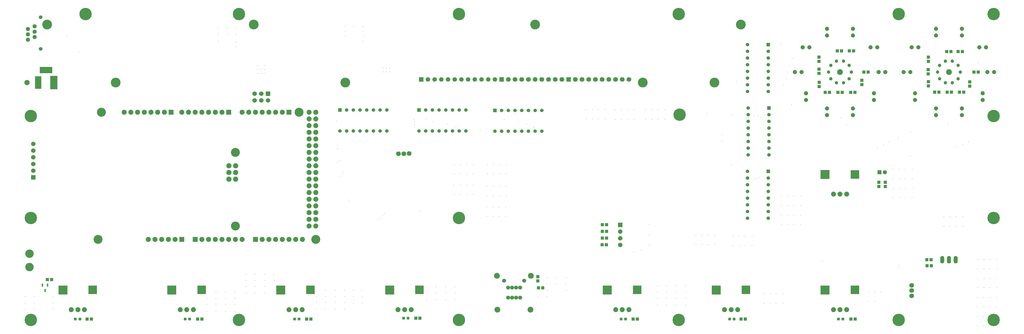
<source format=gts>
G04*
G04 #@! TF.GenerationSoftware,Altium Limited,Altium Designer,19.1.3 (30)*
G04*
G04 Layer_Color=8388736*
%FSLAX25Y25*%
%MOIN*%
G70*
G01*
G75*
%ADD19R,0.02200X0.04800*%
%ADD21R,0.04737X0.04540*%
%ADD22R,0.04737X0.04737*%
G04:AMPARAMS|DCode=23|XSize=39.5mil|YSize=39.5mil|CornerRadius=7.94mil|HoleSize=0mil|Usage=FLASHONLY|Rotation=180.000|XOffset=0mil|YOffset=0mil|HoleType=Round|Shape=RoundedRectangle|*
%AMROUNDEDRECTD23*
21,1,0.03950,0.02362,0,0,180.0*
21,1,0.02362,0.03950,0,0,180.0*
1,1,0.01587,-0.01181,0.01181*
1,1,0.01587,0.01181,0.01181*
1,1,0.01587,0.01181,-0.01181*
1,1,0.01587,-0.01181,-0.01181*
%
%ADD23ROUNDEDRECTD23*%
%ADD24R,0.04540X0.04737*%
%ADD25C,0.07493*%
%ADD26R,0.07493X0.07493*%
%ADD27O,0.06000X0.11200*%
%ADD28C,0.18517*%
%ADD29R,0.13398X0.13398*%
%ADD30R,0.13005X0.13005*%
%ADD31C,0.07400*%
%ADD32P,0.06494X8X112.5*%
%ADD33C,0.05918*%
%ADD34C,0.08674*%
%ADD35R,0.10642X0.20485*%
%ADD36R,0.09658X0.18517*%
%ADD37R,0.18517X0.09658*%
%ADD38C,0.07887*%
%ADD39C,0.06186*%
%ADD40R,0.06186X0.06186*%
%ADD41C,0.06706*%
%ADD42R,0.06706X0.06706*%
%ADD43P,0.06494X8X22.5*%
%ADD44R,0.06706X0.06706*%
%ADD45C,0.07099*%
%ADD46C,0.14580*%
%ADD47R,0.07099X0.07099*%
%ADD48C,0.12611*%
%ADD49C,0.05131*%
%ADD50R,0.05249X0.05249*%
%ADD51C,0.05249*%
%ADD52C,0.05524*%
%ADD53C,0.06312*%
%ADD54R,0.05249X0.05249*%
%ADD55C,0.07800*%
%ADD56C,0.13398*%
%ADD57C,0.01181*%
D19*
X41000Y63480D02*
D03*
X37260Y71520D02*
D03*
X44740D02*
D03*
D21*
X783650Y67500D02*
D03*
X777350D02*
D03*
X1250150Y21000D02*
D03*
X1243850D02*
D03*
X1086150D02*
D03*
X1079850D02*
D03*
X925150D02*
D03*
X918850D02*
D03*
X600641Y22181D02*
D03*
X594342D02*
D03*
X437650Y21000D02*
D03*
X431350D02*
D03*
X275150D02*
D03*
X268850D02*
D03*
X110150D02*
D03*
X103850D02*
D03*
X50799Y80000D02*
D03*
X44500D02*
D03*
X1363500Y109500D02*
D03*
X1357201D02*
D03*
X1357350Y100500D02*
D03*
X1363650D02*
D03*
X879150Y162000D02*
D03*
X872850D02*
D03*
X879000Y152000D02*
D03*
X872701D02*
D03*
X879000Y142000D02*
D03*
X872701D02*
D03*
X878650Y132000D02*
D03*
X872350D02*
D03*
X1269500Y390000D02*
D03*
X1263201D02*
D03*
X1211650Y359500D02*
D03*
X1205350D02*
D03*
X1249650D02*
D03*
X1243350D02*
D03*
X1230650D02*
D03*
X1224350D02*
D03*
X1427350Y390000D02*
D03*
X1433650D02*
D03*
X1405850Y360000D02*
D03*
X1412150D02*
D03*
X1387350D02*
D03*
X1393650D02*
D03*
X1368850D02*
D03*
X1375150D02*
D03*
X1393150Y420500D02*
D03*
X1386850D02*
D03*
X1229650Y421500D02*
D03*
X1223350D02*
D03*
X1410150Y420500D02*
D03*
X1403850D02*
D03*
X1247650Y421500D02*
D03*
X1241350D02*
D03*
D22*
X776500Y77850D02*
D03*
Y84150D02*
D03*
D23*
X1231693Y21000D02*
D03*
X1225000D02*
D03*
X1069347D02*
D03*
X1062654D02*
D03*
X907347D02*
D03*
X900653D02*
D03*
X582685Y22181D02*
D03*
X575992D02*
D03*
X420193Y21000D02*
D03*
X413500D02*
D03*
X256693D02*
D03*
X250000D02*
D03*
X93000D02*
D03*
X86307D02*
D03*
D24*
X1260000Y377650D02*
D03*
Y371350D02*
D03*
X1196000Y405850D02*
D03*
Y412150D02*
D03*
Y387850D02*
D03*
Y394150D02*
D03*
X1196500Y368350D02*
D03*
Y374650D02*
D03*
X1421000Y368850D02*
D03*
Y375150D02*
D03*
X1359500Y375650D02*
D03*
Y369350D02*
D03*
X1359000Y393650D02*
D03*
Y387350D02*
D03*
X1359500Y412150D02*
D03*
Y405850D02*
D03*
X1295000Y218850D02*
D03*
Y225150D02*
D03*
X1285500Y218850D02*
D03*
Y225150D02*
D03*
D25*
X195000Y140000D02*
D03*
X205000D02*
D03*
X215000D02*
D03*
X225000D02*
D03*
X235000D02*
D03*
X375000D02*
D03*
X365000D02*
D03*
X425000D02*
D03*
X415000D02*
D03*
X405000D02*
D03*
X395000D02*
D03*
X385000D02*
D03*
X295000D02*
D03*
X305000D02*
D03*
X315000D02*
D03*
X325000D02*
D03*
X335000D02*
D03*
X275000D02*
D03*
X285000D02*
D03*
X385000Y330000D02*
D03*
X395000D02*
D03*
X335000D02*
D03*
X345000D02*
D03*
X355000D02*
D03*
X365000D02*
D03*
X375000D02*
D03*
X199000D02*
D03*
X189000D02*
D03*
X179000D02*
D03*
X169000D02*
D03*
X159000D02*
D03*
X219000D02*
D03*
X209000D02*
D03*
X295000D02*
D03*
X305000D02*
D03*
X245000D02*
D03*
X255000D02*
D03*
X265000D02*
D03*
X275000D02*
D03*
X285000D02*
D03*
X435000Y160000D02*
D03*
X445000D02*
D03*
X435000Y170000D02*
D03*
X445000D02*
D03*
X435000Y180000D02*
D03*
X445000D02*
D03*
X435000Y190000D02*
D03*
X445000D02*
D03*
X435000Y200000D02*
D03*
X445000D02*
D03*
X435000Y210000D02*
D03*
X445000D02*
D03*
X435000Y220000D02*
D03*
X445000D02*
D03*
X435000Y230000D02*
D03*
X445000D02*
D03*
Y240000D02*
D03*
X435000D02*
D03*
Y250000D02*
D03*
X445000D02*
D03*
X435000Y260000D02*
D03*
X445000D02*
D03*
X435000Y270000D02*
D03*
X445000D02*
D03*
X435000Y280000D02*
D03*
X445000D02*
D03*
X435000Y290000D02*
D03*
X445000D02*
D03*
X435000Y300000D02*
D03*
X445000D02*
D03*
X435000Y310000D02*
D03*
X445000D02*
D03*
X435000Y320000D02*
D03*
X445000D02*
D03*
X435000Y330000D02*
D03*
X445000D02*
D03*
D26*
X245000Y140000D02*
D03*
X355000D02*
D03*
X265000D02*
D03*
X405000Y330000D02*
D03*
X229000D02*
D03*
X315000D02*
D03*
D27*
X1400000Y109685D02*
D03*
X1390000D02*
D03*
X1380000D02*
D03*
D28*
X658667Y171916D02*
D03*
X988185Y326185D02*
D03*
X1456693Y324147D02*
D03*
Y171916D02*
D03*
X19685Y324147D02*
D03*
Y171916D02*
D03*
X1456693Y476378D02*
D03*
X330500D02*
D03*
X658667D02*
D03*
X986833D02*
D03*
X1315000D02*
D03*
Y19685D02*
D03*
X986833D02*
D03*
X658667D02*
D03*
X330500D02*
D03*
X1456693D02*
D03*
X19685D02*
D03*
X101500Y476378D02*
D03*
D29*
X67677Y64311D02*
D03*
X230177D02*
D03*
X392677D02*
D03*
X555334D02*
D03*
X880177D02*
D03*
X1042677D02*
D03*
X1205177D02*
D03*
Y236811D02*
D03*
D30*
X112165Y64390D02*
D03*
X274665D02*
D03*
X437165D02*
D03*
X599822D02*
D03*
X924665D02*
D03*
X1087165D02*
D03*
X1249665D02*
D03*
Y236890D02*
D03*
D31*
X99843Y34941D02*
D03*
X90000D02*
D03*
X80157D02*
D03*
X242657D02*
D03*
X252500D02*
D03*
X262343D02*
D03*
X424843D02*
D03*
X415000D02*
D03*
X405157D02*
D03*
X567814D02*
D03*
X577657D02*
D03*
X587500D02*
D03*
X912343D02*
D03*
X902500D02*
D03*
X892657D02*
D03*
X1055157D02*
D03*
X1065000D02*
D03*
X1074843D02*
D03*
X1237343D02*
D03*
X1227500D02*
D03*
X1217657D02*
D03*
Y207441D02*
D03*
X1227500D02*
D03*
X1237343D02*
D03*
D32*
X1208186Y335559D02*
D03*
Y325559D02*
D03*
X1246814D02*
D03*
Y335559D02*
D03*
X1176936Y358263D02*
D03*
Y348263D02*
D03*
X1208186Y454441D02*
D03*
Y444441D02*
D03*
X1246814D02*
D03*
Y454441D02*
D03*
X1278064Y348263D02*
D03*
Y358263D02*
D03*
X1370686Y325559D02*
D03*
Y335559D02*
D03*
X1339436Y358263D02*
D03*
Y348263D02*
D03*
X1370686Y454441D02*
D03*
Y444441D02*
D03*
X1409314D02*
D03*
Y454441D02*
D03*
X1440563Y348263D02*
D03*
Y358263D02*
D03*
X1409314Y335559D02*
D03*
Y325559D02*
D03*
D33*
X738000Y53000D02*
D03*
X732000D02*
D03*
Y68000D02*
D03*
X738000D02*
D03*
X750000D02*
D03*
X744000D02*
D03*
X750000Y53000D02*
D03*
X744000D02*
D03*
X756000Y78217D02*
D03*
X726000D02*
D03*
D34*
X765500Y35000D02*
D03*
X716000D02*
D03*
X766000Y85500D02*
D03*
X715500D02*
D03*
X1227500Y390000D02*
D03*
X1390000D02*
D03*
D35*
X54311Y374102D02*
D03*
D36*
X30689D02*
D03*
D37*
X42500Y393000D02*
D03*
D38*
X14153Y374102D02*
D03*
D39*
X1294437Y240335D02*
D03*
D40*
X1286563D02*
D03*
D41*
X353713Y347429D02*
D03*
Y357429D02*
D03*
X363713Y347429D02*
D03*
Y357429D02*
D03*
X373713Y347429D02*
D03*
X899646Y151614D02*
D03*
Y141614D02*
D03*
Y131614D02*
D03*
X712595Y378949D02*
D03*
X702595D02*
D03*
X692594D02*
D03*
X682594D02*
D03*
X672594D02*
D03*
X662595D02*
D03*
X652595D02*
D03*
X642594D02*
D03*
X632594D02*
D03*
X622594D02*
D03*
X612595D02*
D03*
X23417Y282634D02*
D03*
Y272634D02*
D03*
Y262634D02*
D03*
Y252634D02*
D03*
Y242634D02*
D03*
D42*
X373713Y357429D02*
D03*
X602595Y378949D02*
D03*
D43*
X1160000Y390000D02*
D03*
X1170000D02*
D03*
X1181936Y426737D02*
D03*
X1171936D02*
D03*
X1283064D02*
D03*
X1273064D02*
D03*
X1285000Y390000D02*
D03*
X1295000D02*
D03*
X1322500D02*
D03*
X1332500D02*
D03*
X1344436Y426737D02*
D03*
X1334436D02*
D03*
X1445564D02*
D03*
X1435564D02*
D03*
X1447500Y390000D02*
D03*
X1457500D02*
D03*
D44*
X899646Y161614D02*
D03*
X23417Y232634D02*
D03*
D45*
X1334500Y55500D02*
D03*
Y63374D02*
D03*
X1334421Y71248D02*
D03*
X568626Y268000D02*
D03*
X576500D02*
D03*
X584374Y268079D02*
D03*
X832500Y379000D02*
D03*
X852500D02*
D03*
X862500D02*
D03*
X872500D02*
D03*
X882500D02*
D03*
X892500D02*
D03*
X902500D02*
D03*
X912500D02*
D03*
X842500D02*
D03*
X732500D02*
D03*
X752500D02*
D03*
X762500D02*
D03*
X772500D02*
D03*
X782500D02*
D03*
X792500D02*
D03*
X802500D02*
D03*
X812500D02*
D03*
X742500D02*
D03*
D46*
X1040063Y374323D02*
D03*
X933158D02*
D03*
X489126D02*
D03*
X146362D02*
D03*
X352480Y461000D02*
D03*
X44000D02*
D03*
X1079433D02*
D03*
X772626D02*
D03*
D47*
X822500Y379000D02*
D03*
X722500D02*
D03*
D48*
X17740Y98532D02*
D03*
Y118532D02*
D03*
D49*
X1241260Y399997D02*
D03*
X1232756Y406175D02*
D03*
X1222244D02*
D03*
X1213740Y399997D02*
D03*
X1210492Y390000D02*
D03*
X1213740Y380003D02*
D03*
X1222244Y373825D02*
D03*
X1232756D02*
D03*
X1241260Y380003D02*
D03*
X1244508Y390000D02*
D03*
X1407008D02*
D03*
X1403760Y380003D02*
D03*
X1395256Y373825D02*
D03*
X1384744D02*
D03*
X1376240Y380003D02*
D03*
X1372992Y390000D02*
D03*
X1376240Y399997D02*
D03*
X1384744Y406175D02*
D03*
X1395256D02*
D03*
X1403760Y399997D02*
D03*
D50*
X1121630Y336250D02*
D03*
X1120630Y241500D02*
D03*
Y431000D02*
D03*
D51*
X1121630Y326250D02*
D03*
Y316250D02*
D03*
Y306250D02*
D03*
Y296250D02*
D03*
Y286250D02*
D03*
Y276250D02*
D03*
Y266250D02*
D03*
X1090370D02*
D03*
Y276250D02*
D03*
Y286250D02*
D03*
Y296250D02*
D03*
Y306250D02*
D03*
Y316250D02*
D03*
Y326250D02*
D03*
Y336250D02*
D03*
X1089370Y241500D02*
D03*
Y231500D02*
D03*
Y221500D02*
D03*
Y211500D02*
D03*
Y201500D02*
D03*
Y191500D02*
D03*
Y181500D02*
D03*
Y171500D02*
D03*
X1120630D02*
D03*
Y181500D02*
D03*
Y191500D02*
D03*
Y201500D02*
D03*
Y211500D02*
D03*
Y221500D02*
D03*
Y231500D02*
D03*
Y421000D02*
D03*
Y411000D02*
D03*
Y401000D02*
D03*
Y391000D02*
D03*
Y381000D02*
D03*
Y371000D02*
D03*
Y361000D02*
D03*
X1089370D02*
D03*
Y371000D02*
D03*
Y381000D02*
D03*
Y391000D02*
D03*
Y401000D02*
D03*
Y411000D02*
D03*
Y421000D02*
D03*
Y431000D02*
D03*
X722500Y332630D02*
D03*
X732500D02*
D03*
X742500D02*
D03*
X752500D02*
D03*
X762500D02*
D03*
X772500D02*
D03*
X782500D02*
D03*
Y301370D02*
D03*
X772500D02*
D03*
X762500D02*
D03*
X752500D02*
D03*
X742500D02*
D03*
X732500D02*
D03*
X722500D02*
D03*
X712500D02*
D03*
X609000Y333260D02*
D03*
X619000D02*
D03*
X629000D02*
D03*
X639000D02*
D03*
X649000D02*
D03*
X659000D02*
D03*
X669000D02*
D03*
Y302000D02*
D03*
X659000D02*
D03*
X649000D02*
D03*
X639000D02*
D03*
X629000D02*
D03*
X619000D02*
D03*
X609000D02*
D03*
X599000D02*
D03*
X491000Y333260D02*
D03*
X501000D02*
D03*
X511000D02*
D03*
X521000D02*
D03*
X531000D02*
D03*
X541000D02*
D03*
X551000D02*
D03*
Y302000D02*
D03*
X541000D02*
D03*
X531000D02*
D03*
X521000D02*
D03*
X511000D02*
D03*
X501000D02*
D03*
X491000D02*
D03*
X481000D02*
D03*
D52*
X34500Y424500D02*
D03*
Y471744D02*
D03*
D53*
X25445Y458161D02*
D03*
X15445Y454146D02*
D03*
X25445Y450130D02*
D03*
X15445Y446114D02*
D03*
X25445Y442098D02*
D03*
X15445Y438083D02*
D03*
D54*
X712500Y332630D02*
D03*
X599000Y333260D02*
D03*
X481000D02*
D03*
D55*
X315551Y249803D02*
D03*
X325551D02*
D03*
X315551Y239803D02*
D03*
X325551D02*
D03*
X315551Y229803D02*
D03*
X325551D02*
D03*
D56*
X325000Y270000D02*
D03*
X125000Y330000D02*
D03*
X120000Y140000D02*
D03*
X325000Y160000D02*
D03*
X445000Y140000D02*
D03*
X420000Y330000D02*
D03*
D57*
X476256Y316500D02*
D03*
X1410972Y159563D02*
D03*
Y173563D02*
D03*
X1400972Y159563D02*
D03*
Y173563D02*
D03*
X1391972Y159563D02*
D03*
Y173563D02*
D03*
X1382472D02*
D03*
Y159563D02*
D03*
X1288492Y61083D02*
D03*
X1279492Y47083D02*
D03*
Y61083D02*
D03*
X1269992D02*
D03*
Y47083D02*
D03*
X1142299Y44512D02*
D03*
Y58512D02*
D03*
X1132299Y44512D02*
D03*
Y58512D02*
D03*
X1123299Y44512D02*
D03*
Y58512D02*
D03*
X1113799D02*
D03*
Y44512D02*
D03*
X1096252Y130417D02*
D03*
Y144417D02*
D03*
X1086252Y130417D02*
D03*
Y144417D02*
D03*
X1077252Y130417D02*
D03*
Y144417D02*
D03*
X1067752D02*
D03*
Y130417D02*
D03*
X1040929Y132138D02*
D03*
Y146138D02*
D03*
X1030929Y132138D02*
D03*
Y146138D02*
D03*
X1021929Y132138D02*
D03*
Y146138D02*
D03*
X1012429D02*
D03*
Y132138D02*
D03*
X728575Y174059D02*
D03*
Y188059D02*
D03*
X718575Y174059D02*
D03*
Y188059D02*
D03*
X709575Y174059D02*
D03*
Y188059D02*
D03*
X700075D02*
D03*
Y174059D02*
D03*
X729264Y205327D02*
D03*
Y219327D02*
D03*
X719264Y205327D02*
D03*
Y219327D02*
D03*
X710264Y205327D02*
D03*
Y219327D02*
D03*
X700764D02*
D03*
Y205327D02*
D03*
X729606Y237630D02*
D03*
Y251630D02*
D03*
X719606Y237630D02*
D03*
Y251630D02*
D03*
X710606Y237630D02*
D03*
Y251630D02*
D03*
X701106D02*
D03*
Y237630D02*
D03*
X680126Y206705D02*
D03*
Y220705D02*
D03*
X670126Y206705D02*
D03*
Y220705D02*
D03*
X661126Y206705D02*
D03*
Y220705D02*
D03*
X651626D02*
D03*
Y206705D02*
D03*
X680469Y237630D02*
D03*
Y251630D02*
D03*
X670469Y237630D02*
D03*
Y251630D02*
D03*
X661469Y237630D02*
D03*
Y251630D02*
D03*
X651968D02*
D03*
Y237630D02*
D03*
X877020Y319756D02*
D03*
Y333756D02*
D03*
X867020Y319756D02*
D03*
Y333756D02*
D03*
X858020Y319756D02*
D03*
Y333756D02*
D03*
X848520D02*
D03*
Y319756D02*
D03*
X920319Y319067D02*
D03*
Y333067D02*
D03*
X910319Y319067D02*
D03*
Y333067D02*
D03*
X901319Y319067D02*
D03*
Y333067D02*
D03*
X891819D02*
D03*
Y319067D02*
D03*
X966020Y319413D02*
D03*
Y333413D02*
D03*
X956020Y319413D02*
D03*
Y333413D02*
D03*
X947020Y319413D02*
D03*
Y333413D02*
D03*
X937520D02*
D03*
Y319413D02*
D03*
X482000Y257897D02*
D03*
X1332500Y265000D02*
D03*
X930500Y123394D02*
D03*
X477500Y256000D02*
D03*
X1315500Y101000D02*
D03*
X494500Y198500D02*
D03*
X73500Y444500D02*
D03*
X91000Y420000D02*
D03*
X555900Y395800D02*
D03*
X545900D02*
D03*
X550900D02*
D03*
Y390300D02*
D03*
X555900D02*
D03*
X545900D02*
D03*
X1388500Y312000D02*
D03*
X486500Y240500D02*
D03*
X1072850Y376000D02*
D03*
X489400Y458300D02*
D03*
X501400Y457800D02*
D03*
X515400Y458300D02*
D03*
X489400Y450300D02*
D03*
X515400D02*
D03*
X489400Y443300D02*
D03*
X515900D02*
D03*
Y436300D02*
D03*
X1051000Y286500D02*
D03*
X1051500Y296500D02*
D03*
X919500Y120500D02*
D03*
X368500Y388000D02*
D03*
X363500D02*
D03*
X358500D02*
D03*
Y394000D02*
D03*
X368500D02*
D03*
X363500D02*
D03*
X358500Y399500D02*
D03*
X368500D02*
D03*
X299000Y436000D02*
D03*
X326000Y455500D02*
D03*
X299000Y456000D02*
D03*
X313000Y446500D02*
D03*
X326500Y435000D02*
D03*
X312500Y455500D02*
D03*
X326500Y446500D02*
D03*
Y427500D02*
D03*
X299500Y447000D02*
D03*
X1399500Y278500D02*
D03*
X1410500Y282000D02*
D03*
X1335000Y230500D02*
D03*
X1325000Y244500D02*
D03*
Y230500D02*
D03*
X1316000Y244500D02*
D03*
X1419500Y285500D02*
D03*
X690500Y303500D02*
D03*
X600500Y182000D02*
D03*
X942500Y162500D02*
D03*
Y131500D02*
D03*
Y146500D02*
D03*
X1140000Y162500D02*
D03*
Y176000D02*
D03*
Y190500D02*
D03*
Y204500D02*
D03*
X1149500D02*
D03*
Y190500D02*
D03*
Y176000D02*
D03*
Y162500D02*
D03*
X1158500Y204500D02*
D03*
Y190500D02*
D03*
Y176000D02*
D03*
Y162500D02*
D03*
X1168500Y204500D02*
D03*
Y190500D02*
D03*
Y176000D02*
D03*
Y162500D02*
D03*
X1306500Y202500D02*
D03*
Y216000D02*
D03*
Y230500D02*
D03*
Y244500D02*
D03*
X1316000Y230500D02*
D03*
Y216000D02*
D03*
Y202500D02*
D03*
X1325000Y216000D02*
D03*
Y202500D02*
D03*
X1335000Y244500D02*
D03*
Y216000D02*
D03*
Y202500D02*
D03*
X1432500Y11000D02*
D03*
Y24500D02*
D03*
Y39000D02*
D03*
Y53000D02*
D03*
X1442000D02*
D03*
Y39000D02*
D03*
Y24500D02*
D03*
Y11000D02*
D03*
X1451000Y53000D02*
D03*
Y39000D02*
D03*
X1461000Y53000D02*
D03*
Y39000D02*
D03*
X1433000Y68000D02*
D03*
Y81500D02*
D03*
Y96000D02*
D03*
Y110000D02*
D03*
X1442500D02*
D03*
Y96000D02*
D03*
Y81500D02*
D03*
Y68000D02*
D03*
X1451500Y110000D02*
D03*
Y96000D02*
D03*
Y81500D02*
D03*
Y68000D02*
D03*
X1461500Y110000D02*
D03*
Y96000D02*
D03*
Y81500D02*
D03*
Y68000D02*
D03*
X11000Y54500D02*
D03*
X24500D02*
D03*
X53000D02*
D03*
Y45000D02*
D03*
X24500D02*
D03*
X11000D02*
D03*
X53000Y36000D02*
D03*
X24500D02*
D03*
X11000D02*
D03*
X296000Y61500D02*
D03*
X310500D02*
D03*
X324500D02*
D03*
Y52000D02*
D03*
X310500D02*
D03*
X296000D02*
D03*
X282500D02*
D03*
X324500Y43000D02*
D03*
X310500D02*
D03*
X296000D02*
D03*
X282500D02*
D03*
X324500Y33000D02*
D03*
X310500D02*
D03*
X296000D02*
D03*
X282500D02*
D03*
X341000Y88000D02*
D03*
X354500D02*
D03*
X369000D02*
D03*
X383000D02*
D03*
Y78500D02*
D03*
X369000D02*
D03*
X354500D02*
D03*
X341000D02*
D03*
X369000Y69500D02*
D03*
X354500D02*
D03*
X341000D02*
D03*
X369000Y59500D02*
D03*
X354500D02*
D03*
X341000D02*
D03*
X459500Y64000D02*
D03*
X474000D02*
D03*
X488000D02*
D03*
Y54500D02*
D03*
X474000D02*
D03*
X459500D02*
D03*
X446000D02*
D03*
X488000Y45500D02*
D03*
X474000D02*
D03*
X459500D02*
D03*
X446000D02*
D03*
X488000Y35500D02*
D03*
X474000D02*
D03*
X459500D02*
D03*
X446000D02*
D03*
X514500Y64000D02*
D03*
X501000D02*
D03*
X514500Y55000D02*
D03*
X501000D02*
D03*
X514500Y45000D02*
D03*
X501000D02*
D03*
X653000Y69000D02*
D03*
X639000D02*
D03*
X624500D02*
D03*
X611000D02*
D03*
X653000Y60000D02*
D03*
X639000D02*
D03*
X624500D02*
D03*
X611000D02*
D03*
X653000Y50000D02*
D03*
X639000D02*
D03*
X624500D02*
D03*
X611000D02*
D03*
X790000Y82500D02*
D03*
X804500D02*
D03*
X818500D02*
D03*
Y73000D02*
D03*
X804500D02*
D03*
X790000D02*
D03*
X818500Y64000D02*
D03*
X790000D02*
D03*
Y54000D02*
D03*
X776500D02*
D03*
X955000Y70500D02*
D03*
X968500D02*
D03*
X983000D02*
D03*
X997000D02*
D03*
Y61000D02*
D03*
X983000D02*
D03*
X968500D02*
D03*
X955000D02*
D03*
X997000Y52000D02*
D03*
X983000D02*
D03*
X968500D02*
D03*
X955000D02*
D03*
X997000Y42000D02*
D03*
X983000D02*
D03*
X968500D02*
D03*
X955000D02*
D03*
X1029000Y328000D02*
D03*
X1269500Y402500D02*
D03*
X1433500Y403500D02*
D03*
X1315500Y96500D02*
D03*
X539000Y169500D02*
D03*
X770500Y307500D02*
D03*
X759500Y312000D02*
D03*
X747500Y316000D02*
D03*
X726000Y319500D02*
D03*
X609500D02*
D03*
X620000Y316000D02*
D03*
X592000D02*
D03*
X654000Y307500D02*
D03*
X592500D02*
D03*
X642000Y312000D02*
D03*
X592000D02*
D03*
X591500Y319500D02*
D03*
X542000Y172500D02*
D03*
X544625Y175500D02*
D03*
X477500Y280500D02*
D03*
X477000Y296000D02*
D03*
X480500Y234000D02*
D03*
X483500Y237000D02*
D03*
X477000Y276000D02*
D03*
X1200500Y107500D02*
D03*
X1228500Y321500D02*
D03*
X547500Y179000D02*
D03*
X1100500Y230000D02*
D03*
X1104000Y230500D02*
D03*
X1107500Y232500D02*
D03*
X1099000Y324500D02*
D03*
X1104500D02*
D03*
X1109500Y322500D02*
D03*
X1155000Y341000D02*
D03*
X1066000Y326000D02*
D03*
X1065000Y251500D02*
D03*
X1283500Y276500D02*
D03*
X1292500Y281000D02*
D03*
X1301000Y285500D02*
D03*
X1314000Y291500D02*
D03*
X1332500Y300500D02*
D03*
X1237000Y311000D02*
D03*
X1147000Y380000D02*
D03*
X1149500Y390000D02*
D03*
X1153000Y400000D02*
D03*
X1156000Y410500D02*
D03*
X1143000Y370500D02*
D03*
X1139500Y430500D02*
D03*
M02*

</source>
